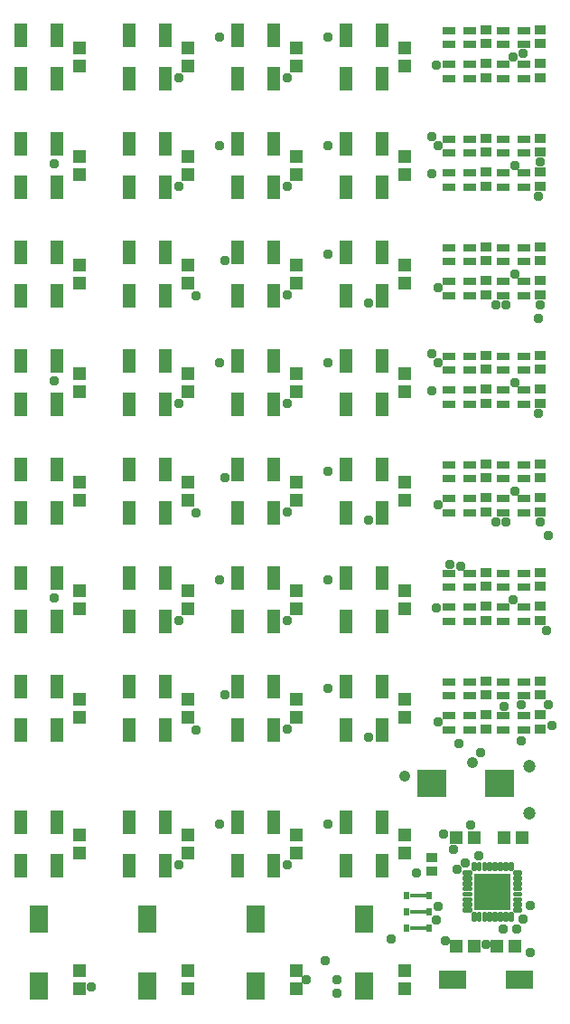
<source format=gbr>
G04 EAGLE Gerber RS-274X export*
G75*
%MOMM*%
%FSLAX34Y34*%
%LPD*%
%INSoldermask Top*%
%IPPOS*%
%AMOC8*
5,1,8,0,0,1.08239X$1,22.5*%
G01*
%ADD10R,1.303200X2.203200*%
%ADD11R,1.203200X1.303200*%
%ADD12R,1.803200X2.503200*%
%ADD13R,2.503200X1.803200*%
%ADD14R,1.203200X0.803200*%
%ADD15R,1.103200X0.903200*%
%ADD16R,1.303200X1.203200*%
%ADD17C,0.352238*%
%ADD18R,3.403200X3.403200*%
%ADD19R,0.500000X0.800000*%
%ADD20R,1.600000X0.400000*%
%ADD21R,2.803200X2.603200*%
%ADD22C,1.203200*%
%ADD23C,0.959600*%
%ADD24C,1.059600*%


D10*
X71900Y322900D03*
X105900Y322900D03*
X105900Y362900D03*
X71900Y362900D03*
D11*
X127000Y334400D03*
X127000Y351400D03*
D10*
X173500Y322900D03*
X207500Y322900D03*
X207500Y362900D03*
X173500Y362900D03*
D11*
X228600Y334400D03*
X228600Y351400D03*
D10*
X275100Y322900D03*
X309100Y322900D03*
X309100Y362900D03*
X275100Y362900D03*
D11*
X330200Y334400D03*
X330200Y351400D03*
D10*
X376700Y322900D03*
X410700Y322900D03*
X410700Y362900D03*
X376700Y362900D03*
D11*
X431800Y334400D03*
X431800Y351400D03*
D10*
X71900Y424500D03*
X105900Y424500D03*
X105900Y464500D03*
X71900Y464500D03*
D11*
X127000Y436000D03*
X127000Y453000D03*
D10*
X173500Y424500D03*
X207500Y424500D03*
X207500Y464500D03*
X173500Y464500D03*
D11*
X228600Y436000D03*
X228600Y453000D03*
D10*
X275100Y424500D03*
X309100Y424500D03*
X309100Y464500D03*
X275100Y464500D03*
D11*
X330200Y436000D03*
X330200Y453000D03*
D10*
X376700Y424500D03*
X410700Y424500D03*
X410700Y464500D03*
X376700Y464500D03*
D11*
X431800Y436000D03*
X431800Y453000D03*
D10*
X71900Y526100D03*
X105900Y526100D03*
X105900Y566100D03*
X71900Y566100D03*
D11*
X127000Y537600D03*
X127000Y554600D03*
D10*
X173500Y526100D03*
X207500Y526100D03*
X207500Y566100D03*
X173500Y566100D03*
D11*
X228600Y537600D03*
X228600Y554600D03*
D10*
X275100Y526100D03*
X309100Y526100D03*
X309100Y566100D03*
X275100Y566100D03*
D11*
X330200Y537600D03*
X330200Y554600D03*
D10*
X376700Y526100D03*
X410700Y526100D03*
X410700Y566100D03*
X376700Y566100D03*
D11*
X431800Y537600D03*
X431800Y554600D03*
D10*
X71900Y627700D03*
X105900Y627700D03*
X105900Y667700D03*
X71900Y667700D03*
D11*
X127000Y639200D03*
X127000Y656200D03*
D10*
X173500Y627700D03*
X207500Y627700D03*
X207500Y667700D03*
X173500Y667700D03*
D11*
X228600Y639200D03*
X228600Y656200D03*
D10*
X275100Y627700D03*
X309100Y627700D03*
X309100Y667700D03*
X275100Y667700D03*
D11*
X330200Y639200D03*
X330200Y656200D03*
D10*
X376700Y627700D03*
X410700Y627700D03*
X410700Y667700D03*
X376700Y667700D03*
D11*
X431800Y639200D03*
X431800Y656200D03*
D12*
X88900Y82800D03*
X88900Y145800D03*
D10*
X71900Y195900D03*
X105900Y195900D03*
X105900Y235900D03*
X71900Y235900D03*
D11*
X127000Y207400D03*
X127000Y224400D03*
D10*
X173500Y195900D03*
X207500Y195900D03*
X207500Y235900D03*
X173500Y235900D03*
D11*
X228600Y207400D03*
X228600Y224400D03*
D10*
X275100Y195900D03*
X309100Y195900D03*
X309100Y235900D03*
X275100Y235900D03*
D11*
X330200Y207400D03*
X330200Y224400D03*
D10*
X376700Y195900D03*
X410700Y195900D03*
X410700Y235900D03*
X376700Y235900D03*
D11*
X431800Y207400D03*
X431800Y224400D03*
D12*
X190500Y82800D03*
X190500Y145800D03*
X292100Y82800D03*
X292100Y145800D03*
X393700Y82800D03*
X393700Y145800D03*
D13*
X476500Y88900D03*
X539500Y88900D03*
D10*
X71900Y729300D03*
X105900Y729300D03*
X105900Y769300D03*
X71900Y769300D03*
D11*
X127000Y740800D03*
X127000Y757800D03*
D10*
X173500Y729300D03*
X207500Y729300D03*
X207500Y769300D03*
X173500Y769300D03*
D11*
X228600Y740800D03*
X228600Y757800D03*
D10*
X275100Y729300D03*
X309100Y729300D03*
X309100Y769300D03*
X275100Y769300D03*
D11*
X330200Y740800D03*
X330200Y757800D03*
D10*
X376700Y729300D03*
X410700Y729300D03*
X410700Y769300D03*
X376700Y769300D03*
D11*
X431800Y740800D03*
X431800Y757800D03*
D10*
X71900Y830900D03*
X105900Y830900D03*
X105900Y870900D03*
X71900Y870900D03*
D11*
X127000Y842400D03*
X127000Y859400D03*
D10*
X173500Y830900D03*
X207500Y830900D03*
X207500Y870900D03*
X173500Y870900D03*
D11*
X228600Y842400D03*
X228600Y859400D03*
D10*
X275100Y830900D03*
X309100Y830900D03*
X309100Y870900D03*
X275100Y870900D03*
D11*
X330200Y842400D03*
X330200Y859400D03*
D10*
X376700Y830900D03*
X410700Y830900D03*
X410700Y870900D03*
X376700Y870900D03*
D11*
X431800Y842400D03*
X431800Y859400D03*
D10*
X71900Y932500D03*
X105900Y932500D03*
X105900Y972500D03*
X71900Y972500D03*
D11*
X127000Y944000D03*
X127000Y961000D03*
D10*
X173500Y932500D03*
X207500Y932500D03*
X207500Y972500D03*
X173500Y972500D03*
D11*
X228600Y944000D03*
X228600Y961000D03*
D10*
X275100Y932500D03*
X309100Y932500D03*
X309100Y972500D03*
X275100Y972500D03*
D11*
X330200Y944000D03*
X330200Y961000D03*
D10*
X376700Y932500D03*
X410700Y932500D03*
X410700Y972500D03*
X376700Y972500D03*
D11*
X431800Y944000D03*
X431800Y961000D03*
D14*
X493150Y323000D03*
X493150Y336000D03*
X473650Y336000D03*
X473650Y323000D03*
X543950Y323000D03*
X543950Y336000D03*
X524450Y336000D03*
X524450Y323000D03*
X493150Y354750D03*
X493150Y367750D03*
X473650Y367750D03*
X473650Y354750D03*
X543950Y354750D03*
X543950Y367750D03*
X524450Y367750D03*
X524450Y354750D03*
D15*
X508000Y355450D03*
X508000Y368450D03*
X558800Y355450D03*
X558800Y368450D03*
X558800Y323700D03*
X558800Y336700D03*
X508000Y323700D03*
X508000Y336700D03*
D14*
X493150Y424600D03*
X493150Y437600D03*
X473650Y437600D03*
X473650Y424600D03*
X543950Y424600D03*
X543950Y437600D03*
X524450Y437600D03*
X524450Y424600D03*
X493150Y456350D03*
X493150Y469350D03*
X473650Y469350D03*
X473650Y456350D03*
X543950Y456350D03*
X543950Y469350D03*
X524450Y469350D03*
X524450Y456350D03*
D15*
X508000Y457050D03*
X508000Y470050D03*
X558800Y457050D03*
X558800Y470050D03*
X558800Y425300D03*
X558800Y438300D03*
X508000Y425300D03*
X508000Y438300D03*
D14*
X493150Y526200D03*
X493150Y539200D03*
X473650Y539200D03*
X473650Y526200D03*
X543950Y526200D03*
X543950Y539200D03*
X524450Y539200D03*
X524450Y526200D03*
X493150Y557950D03*
X493150Y570950D03*
X473650Y570950D03*
X473650Y557950D03*
X543950Y557950D03*
X543950Y570950D03*
X524450Y570950D03*
X524450Y557950D03*
D15*
X508000Y558650D03*
X508000Y571650D03*
X558800Y558650D03*
X558800Y571650D03*
X558800Y526900D03*
X558800Y539900D03*
X508000Y526900D03*
X508000Y539900D03*
D14*
X493150Y627800D03*
X493150Y640800D03*
X473650Y640800D03*
X473650Y627800D03*
X543950Y627800D03*
X543950Y640800D03*
X524450Y640800D03*
X524450Y627800D03*
X493150Y659550D03*
X493150Y672550D03*
X473650Y672550D03*
X473650Y659550D03*
X543950Y659550D03*
X543950Y672550D03*
X524450Y672550D03*
X524450Y659550D03*
D15*
X508000Y660250D03*
X508000Y673250D03*
X558800Y660250D03*
X558800Y673250D03*
X558800Y628500D03*
X558800Y641500D03*
X508000Y628500D03*
X508000Y641500D03*
D14*
X493150Y729400D03*
X493150Y742400D03*
X473650Y742400D03*
X473650Y729400D03*
X543950Y729400D03*
X543950Y742400D03*
X524450Y742400D03*
X524450Y729400D03*
X493150Y761150D03*
X493150Y774150D03*
X473650Y774150D03*
X473650Y761150D03*
X543950Y761150D03*
X543950Y774150D03*
X524450Y774150D03*
X524450Y761150D03*
D15*
X508000Y761850D03*
X508000Y774850D03*
X558800Y761850D03*
X558800Y774850D03*
X558800Y730100D03*
X558800Y743100D03*
X508000Y730100D03*
X508000Y743100D03*
D14*
X493150Y831000D03*
X493150Y844000D03*
X473650Y844000D03*
X473650Y831000D03*
X543950Y831000D03*
X543950Y844000D03*
X524450Y844000D03*
X524450Y831000D03*
X493150Y862750D03*
X493150Y875750D03*
X473650Y875750D03*
X473650Y862750D03*
X543950Y862750D03*
X543950Y875750D03*
X524450Y875750D03*
X524450Y862750D03*
D15*
X508000Y863450D03*
X508000Y876450D03*
X558800Y863450D03*
X558800Y876450D03*
X558800Y831700D03*
X558800Y844700D03*
X508000Y831700D03*
X508000Y844700D03*
D14*
X493150Y932600D03*
X493150Y945600D03*
X473650Y945600D03*
X473650Y932600D03*
X543950Y932600D03*
X543950Y945600D03*
X524450Y945600D03*
X524450Y932600D03*
X493150Y964350D03*
X493150Y977350D03*
X473650Y977350D03*
X473650Y964350D03*
X543950Y964350D03*
X543950Y977350D03*
X524450Y977350D03*
X524450Y964350D03*
D15*
X508000Y965050D03*
X508000Y978050D03*
X558800Y965050D03*
X558800Y978050D03*
X558800Y933300D03*
X558800Y946300D03*
X508000Y933300D03*
X508000Y946300D03*
D16*
X127000Y80400D03*
X127000Y97400D03*
X228600Y80400D03*
X228600Y97400D03*
X330200Y80400D03*
X330200Y97400D03*
X431800Y80400D03*
X431800Y97400D03*
D11*
X497450Y120650D03*
X480450Y120650D03*
D17*
X488095Y188195D02*
X493605Y188195D01*
X488095Y188195D02*
X488095Y189705D01*
X493605Y189705D01*
X493605Y188195D01*
X493605Y183195D02*
X488095Y183195D01*
X488095Y184705D01*
X493605Y184705D01*
X493605Y183195D01*
X493605Y178195D02*
X488095Y178195D01*
X488095Y179705D01*
X493605Y179705D01*
X493605Y178195D01*
X493605Y173195D02*
X488095Y173195D01*
X488095Y174705D01*
X493605Y174705D01*
X493605Y173195D01*
X493605Y168195D02*
X488095Y168195D01*
X488095Y169705D01*
X493605Y169705D01*
X493605Y168195D01*
X493605Y163195D02*
X488095Y163195D01*
X488095Y164705D01*
X493605Y164705D01*
X493605Y163195D01*
X493605Y158195D02*
X488095Y158195D01*
X488095Y159705D01*
X493605Y159705D01*
X493605Y158195D01*
X493605Y153195D02*
X488095Y153195D01*
X488095Y154705D01*
X493605Y154705D01*
X493605Y153195D01*
X496095Y145195D02*
X497605Y145195D01*
X496095Y145195D02*
X496095Y150705D01*
X497605Y150705D01*
X497605Y145195D01*
X497605Y148541D02*
X496095Y148541D01*
X501095Y145195D02*
X502605Y145195D01*
X501095Y145195D02*
X501095Y150705D01*
X502605Y150705D01*
X502605Y145195D01*
X502605Y148541D02*
X501095Y148541D01*
X506095Y145195D02*
X507605Y145195D01*
X506095Y145195D02*
X506095Y150705D01*
X507605Y150705D01*
X507605Y145195D01*
X507605Y148541D02*
X506095Y148541D01*
X511095Y145195D02*
X512605Y145195D01*
X511095Y145195D02*
X511095Y150705D01*
X512605Y150705D01*
X512605Y145195D01*
X512605Y148541D02*
X511095Y148541D01*
X516095Y145195D02*
X517605Y145195D01*
X516095Y145195D02*
X516095Y150705D01*
X517605Y150705D01*
X517605Y145195D01*
X517605Y148541D02*
X516095Y148541D01*
X521095Y145195D02*
X522605Y145195D01*
X521095Y145195D02*
X521095Y150705D01*
X522605Y150705D01*
X522605Y145195D01*
X522605Y148541D02*
X521095Y148541D01*
X526095Y145195D02*
X527605Y145195D01*
X526095Y145195D02*
X526095Y150705D01*
X527605Y150705D01*
X527605Y145195D01*
X527605Y148541D02*
X526095Y148541D01*
X531095Y145195D02*
X532605Y145195D01*
X531095Y145195D02*
X531095Y150705D01*
X532605Y150705D01*
X532605Y145195D01*
X532605Y148541D02*
X531095Y148541D01*
X535095Y153195D02*
X540605Y153195D01*
X535095Y153195D02*
X535095Y154705D01*
X540605Y154705D01*
X540605Y153195D01*
X540605Y158195D02*
X535095Y158195D01*
X535095Y159705D01*
X540605Y159705D01*
X540605Y158195D01*
X540605Y163195D02*
X535095Y163195D01*
X535095Y164705D01*
X540605Y164705D01*
X540605Y163195D01*
X540605Y168195D02*
X535095Y168195D01*
X535095Y169705D01*
X540605Y169705D01*
X540605Y168195D01*
X540605Y173195D02*
X535095Y173195D01*
X535095Y174705D01*
X540605Y174705D01*
X540605Y173195D01*
X540605Y178195D02*
X535095Y178195D01*
X535095Y179705D01*
X540605Y179705D01*
X540605Y178195D01*
X540605Y183195D02*
X535095Y183195D01*
X535095Y184705D01*
X540605Y184705D01*
X540605Y183195D01*
X540605Y188195D02*
X535095Y188195D01*
X535095Y189705D01*
X540605Y189705D01*
X540605Y188195D01*
X532605Y192195D02*
X531095Y192195D01*
X531095Y197705D01*
X532605Y197705D01*
X532605Y192195D01*
X532605Y195541D02*
X531095Y195541D01*
X527605Y192195D02*
X526095Y192195D01*
X526095Y197705D01*
X527605Y197705D01*
X527605Y192195D01*
X527605Y195541D02*
X526095Y195541D01*
X522605Y192195D02*
X521095Y192195D01*
X521095Y197705D01*
X522605Y197705D01*
X522605Y192195D01*
X522605Y195541D02*
X521095Y195541D01*
X517605Y192195D02*
X516095Y192195D01*
X516095Y197705D01*
X517605Y197705D01*
X517605Y192195D01*
X517605Y195541D02*
X516095Y195541D01*
X512605Y192195D02*
X511095Y192195D01*
X511095Y197705D01*
X512605Y197705D01*
X512605Y192195D01*
X512605Y195541D02*
X511095Y195541D01*
X507605Y192195D02*
X506095Y192195D01*
X506095Y197705D01*
X507605Y197705D01*
X507605Y192195D01*
X507605Y195541D02*
X506095Y195541D01*
X502605Y192195D02*
X501095Y192195D01*
X501095Y197705D01*
X502605Y197705D01*
X502605Y192195D01*
X502605Y195541D02*
X501095Y195541D01*
X497605Y192195D02*
X496095Y192195D01*
X496095Y197705D01*
X497605Y197705D01*
X497605Y192195D01*
X497605Y195541D02*
X496095Y195541D01*
D18*
X514350Y171450D03*
D19*
X434000Y152400D03*
X455000Y152400D03*
D20*
X444500Y152400D03*
D19*
X434000Y137400D03*
X455000Y137400D03*
D20*
X444500Y137400D03*
D19*
X434000Y167400D03*
X455000Y167400D03*
D20*
X444500Y167400D03*
D11*
X518550Y120650D03*
X535550Y120650D03*
D15*
X457200Y190350D03*
X457200Y203350D03*
D21*
X456950Y273050D03*
X520950Y273050D03*
D11*
X480450Y222250D03*
X497450Y222250D03*
X524900Y222250D03*
X541900Y222250D03*
D22*
X548800Y288700D03*
X548800Y244700D03*
D23*
X442913Y188913D03*
X463550Y157163D03*
X468313Y225425D03*
X469900Y125413D03*
X533400Y444500D03*
X534988Y546100D03*
X534988Y647700D03*
X534988Y749300D03*
X534988Y850900D03*
X533400Y952500D03*
X525463Y344488D03*
D24*
X495300Y292100D03*
D23*
X508000Y122238D03*
X501650Y204788D03*
X569913Y327025D03*
X566738Y346075D03*
X558800Y517525D03*
X558800Y720725D03*
X566738Y504825D03*
X565150Y415925D03*
X557213Y619125D03*
X557213Y708025D03*
X558800Y854075D03*
X557213Y822325D03*
X549275Y158750D03*
D24*
X431800Y279400D03*
D23*
X419100Y127000D03*
X236538Y322263D03*
X263525Y355600D03*
X322263Y323850D03*
X360363Y361950D03*
X103188Y446088D03*
X398463Y315913D03*
X220663Y425450D03*
X258763Y463550D03*
X322263Y425450D03*
X360363Y463550D03*
X236538Y525463D03*
X263525Y558800D03*
X322263Y527050D03*
X360363Y565150D03*
X103188Y649288D03*
X398463Y519113D03*
X220663Y628650D03*
X258763Y666750D03*
X322263Y628650D03*
X360363Y666750D03*
X220663Y196850D03*
X258763Y234950D03*
X322263Y196850D03*
X360363Y234950D03*
X236538Y728663D03*
X263525Y762000D03*
X322263Y730250D03*
X360363Y768350D03*
X103188Y852488D03*
X398463Y722313D03*
X220663Y831850D03*
X258763Y869950D03*
X322263Y831850D03*
X360363Y869950D03*
X220663Y933450D03*
X258763Y971550D03*
X322263Y933450D03*
X360363Y971550D03*
X463550Y330200D03*
X482600Y309563D03*
X541338Y312738D03*
X541338Y346075D03*
X461963Y436563D03*
X474663Y477838D03*
X463550Y533400D03*
X517525Y517525D03*
X457200Y639763D03*
X457200Y674688D03*
X463550Y736600D03*
X517525Y720725D03*
X457200Y842963D03*
X457200Y877888D03*
X461963Y944563D03*
X542925Y955675D03*
X503238Y301625D03*
X484188Y476250D03*
X527050Y517525D03*
X463550Y666750D03*
X527050Y720725D03*
X463550Y869950D03*
X461963Y144463D03*
X138113Y82550D03*
X357188Y106363D03*
X339725Y88900D03*
X549275Y114300D03*
X481013Y192088D03*
X477838Y211138D03*
X488950Y198438D03*
X493713Y233363D03*
X536575Y136525D03*
X523875Y136525D03*
X368300Y88900D03*
X368300Y76200D03*
X542925Y146050D03*
M02*

</source>
